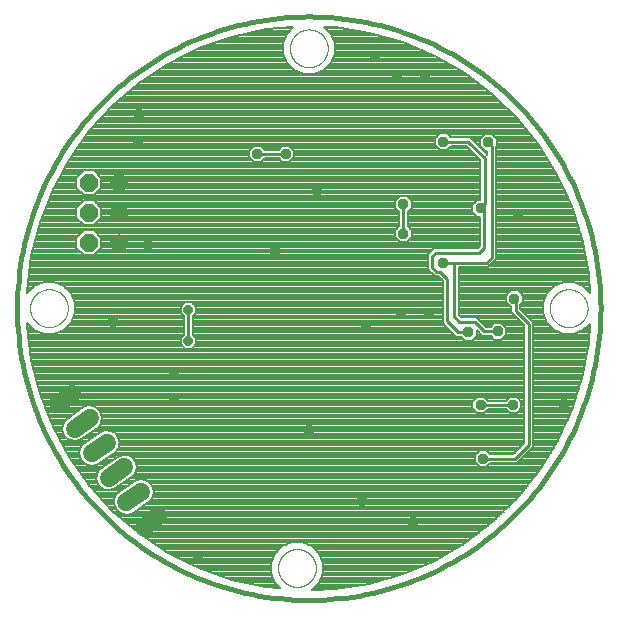
<source format=gbl>
G75*
%MOIN*%
%OFA0B0*%
%FSLAX25Y25*%
%IPPOS*%
%LPD*%
%AMOC8*
5,1,8,0,0,1.08239X$1,22.5*
%
%ADD10C,0.01600*%
%ADD11C,0.00000*%
%ADD12C,0.06000*%
%ADD13C,0.06000*%
%ADD14OC8,0.06000*%
%ADD15C,0.00787*%
%ADD16OC8,0.03543*%
%ADD17C,0.00984*%
%ADD18OC8,0.03169*%
D10*
X0002582Y0099819D02*
X0002611Y0102205D01*
X0002699Y0104590D01*
X0002845Y0106972D01*
X0003050Y0109350D01*
X0003313Y0111722D01*
X0003634Y0114087D01*
X0004014Y0116443D01*
X0004450Y0118789D01*
X0004945Y0121124D01*
X0005496Y0123446D01*
X0006104Y0125753D01*
X0006769Y0128045D01*
X0007490Y0130320D01*
X0008266Y0132577D01*
X0009098Y0134814D01*
X0009984Y0137030D01*
X0010924Y0139223D01*
X0011918Y0141393D01*
X0012965Y0143538D01*
X0014064Y0145656D01*
X0015214Y0147747D01*
X0016416Y0149809D01*
X0017668Y0151841D01*
X0018969Y0153841D01*
X0020320Y0155809D01*
X0021718Y0157743D01*
X0023163Y0159642D01*
X0024654Y0161505D01*
X0026190Y0163332D01*
X0027771Y0165119D01*
X0029395Y0166868D01*
X0031062Y0168576D01*
X0032770Y0170243D01*
X0034519Y0171867D01*
X0036306Y0173448D01*
X0038133Y0174984D01*
X0039996Y0176475D01*
X0041895Y0177920D01*
X0043829Y0179318D01*
X0045797Y0180669D01*
X0047797Y0181970D01*
X0049829Y0183222D01*
X0051891Y0184424D01*
X0053982Y0185574D01*
X0056100Y0186673D01*
X0058245Y0187720D01*
X0060415Y0188714D01*
X0062608Y0189654D01*
X0064824Y0190540D01*
X0067061Y0191372D01*
X0069318Y0192148D01*
X0071593Y0192869D01*
X0073885Y0193534D01*
X0076192Y0194142D01*
X0078514Y0194693D01*
X0080849Y0195188D01*
X0083195Y0195624D01*
X0085551Y0196004D01*
X0087916Y0196325D01*
X0090288Y0196588D01*
X0092666Y0196793D01*
X0095048Y0196939D01*
X0097433Y0197027D01*
X0099819Y0197056D01*
X0102205Y0197027D01*
X0104590Y0196939D01*
X0106972Y0196793D01*
X0109350Y0196588D01*
X0111722Y0196325D01*
X0114087Y0196004D01*
X0116443Y0195624D01*
X0118789Y0195188D01*
X0121124Y0194693D01*
X0123446Y0194142D01*
X0125753Y0193534D01*
X0128045Y0192869D01*
X0130320Y0192148D01*
X0132577Y0191372D01*
X0134814Y0190540D01*
X0137030Y0189654D01*
X0139223Y0188714D01*
X0141393Y0187720D01*
X0143538Y0186673D01*
X0145656Y0185574D01*
X0147747Y0184424D01*
X0149809Y0183222D01*
X0151841Y0181970D01*
X0153841Y0180669D01*
X0155809Y0179318D01*
X0157743Y0177920D01*
X0159642Y0176475D01*
X0161505Y0174984D01*
X0163332Y0173448D01*
X0165119Y0171867D01*
X0166868Y0170243D01*
X0168576Y0168576D01*
X0170243Y0166868D01*
X0171867Y0165119D01*
X0173448Y0163332D01*
X0174984Y0161505D01*
X0176475Y0159642D01*
X0177920Y0157743D01*
X0179318Y0155809D01*
X0180669Y0153841D01*
X0181970Y0151841D01*
X0183222Y0149809D01*
X0184424Y0147747D01*
X0185574Y0145656D01*
X0186673Y0143538D01*
X0187720Y0141393D01*
X0188714Y0139223D01*
X0189654Y0137030D01*
X0190540Y0134814D01*
X0191372Y0132577D01*
X0192148Y0130320D01*
X0192869Y0128045D01*
X0193534Y0125753D01*
X0194142Y0123446D01*
X0194693Y0121124D01*
X0195188Y0118789D01*
X0195624Y0116443D01*
X0196004Y0114087D01*
X0196325Y0111722D01*
X0196588Y0109350D01*
X0196793Y0106972D01*
X0196939Y0104590D01*
X0197027Y0102205D01*
X0197056Y0099819D01*
X0197027Y0097433D01*
X0196939Y0095048D01*
X0196793Y0092666D01*
X0196588Y0090288D01*
X0196325Y0087916D01*
X0196004Y0085551D01*
X0195624Y0083195D01*
X0195188Y0080849D01*
X0194693Y0078514D01*
X0194142Y0076192D01*
X0193534Y0073885D01*
X0192869Y0071593D01*
X0192148Y0069318D01*
X0191372Y0067061D01*
X0190540Y0064824D01*
X0189654Y0062608D01*
X0188714Y0060415D01*
X0187720Y0058245D01*
X0186673Y0056100D01*
X0185574Y0053982D01*
X0184424Y0051891D01*
X0183222Y0049829D01*
X0181970Y0047797D01*
X0180669Y0045797D01*
X0179318Y0043829D01*
X0177920Y0041895D01*
X0176475Y0039996D01*
X0174984Y0038133D01*
X0173448Y0036306D01*
X0171867Y0034519D01*
X0170243Y0032770D01*
X0168576Y0031062D01*
X0166868Y0029395D01*
X0165119Y0027771D01*
X0163332Y0026190D01*
X0161505Y0024654D01*
X0159642Y0023163D01*
X0157743Y0021718D01*
X0155809Y0020320D01*
X0153841Y0018969D01*
X0151841Y0017668D01*
X0149809Y0016416D01*
X0147747Y0015214D01*
X0145656Y0014064D01*
X0143538Y0012965D01*
X0141393Y0011918D01*
X0139223Y0010924D01*
X0137030Y0009984D01*
X0134814Y0009098D01*
X0132577Y0008266D01*
X0130320Y0007490D01*
X0128045Y0006769D01*
X0125753Y0006104D01*
X0123446Y0005496D01*
X0121124Y0004945D01*
X0118789Y0004450D01*
X0116443Y0004014D01*
X0114087Y0003634D01*
X0111722Y0003313D01*
X0109350Y0003050D01*
X0106972Y0002845D01*
X0104590Y0002699D01*
X0102205Y0002611D01*
X0099819Y0002582D01*
X0097433Y0002611D01*
X0095048Y0002699D01*
X0092666Y0002845D01*
X0090288Y0003050D01*
X0087916Y0003313D01*
X0085551Y0003634D01*
X0083195Y0004014D01*
X0080849Y0004450D01*
X0078514Y0004945D01*
X0076192Y0005496D01*
X0073885Y0006104D01*
X0071593Y0006769D01*
X0069318Y0007490D01*
X0067061Y0008266D01*
X0064824Y0009098D01*
X0062608Y0009984D01*
X0060415Y0010924D01*
X0058245Y0011918D01*
X0056100Y0012965D01*
X0053982Y0014064D01*
X0051891Y0015214D01*
X0049829Y0016416D01*
X0047797Y0017668D01*
X0045797Y0018969D01*
X0043829Y0020320D01*
X0041895Y0021718D01*
X0039996Y0023163D01*
X0038133Y0024654D01*
X0036306Y0026190D01*
X0034519Y0027771D01*
X0032770Y0029395D01*
X0031062Y0031062D01*
X0029395Y0032770D01*
X0027771Y0034519D01*
X0026190Y0036306D01*
X0024654Y0038133D01*
X0023163Y0039996D01*
X0021718Y0041895D01*
X0020320Y0043829D01*
X0018969Y0045797D01*
X0017668Y0047797D01*
X0016416Y0049829D01*
X0015214Y0051891D01*
X0014064Y0053982D01*
X0012965Y0056100D01*
X0011918Y0058245D01*
X0010924Y0060415D01*
X0009984Y0062608D01*
X0009098Y0064824D01*
X0008266Y0067061D01*
X0007490Y0069318D01*
X0006769Y0071593D01*
X0006104Y0073885D01*
X0005496Y0076192D01*
X0004945Y0078514D01*
X0004450Y0080849D01*
X0004014Y0083195D01*
X0003634Y0085551D01*
X0003313Y0087916D01*
X0003050Y0090288D01*
X0002845Y0092666D01*
X0002699Y0095048D01*
X0002611Y0097433D01*
X0002582Y0099819D01*
D11*
X0006906Y0099819D02*
X0006908Y0099977D01*
X0006914Y0100135D01*
X0006924Y0100293D01*
X0006938Y0100451D01*
X0006956Y0100608D01*
X0006977Y0100765D01*
X0007003Y0100921D01*
X0007033Y0101077D01*
X0007066Y0101232D01*
X0007104Y0101385D01*
X0007145Y0101538D01*
X0007190Y0101690D01*
X0007239Y0101841D01*
X0007292Y0101990D01*
X0007348Y0102138D01*
X0007408Y0102284D01*
X0007472Y0102429D01*
X0007540Y0102572D01*
X0007611Y0102714D01*
X0007685Y0102854D01*
X0007763Y0102991D01*
X0007845Y0103127D01*
X0007929Y0103261D01*
X0008018Y0103392D01*
X0008109Y0103521D01*
X0008204Y0103648D01*
X0008301Y0103773D01*
X0008402Y0103895D01*
X0008506Y0104014D01*
X0008613Y0104131D01*
X0008723Y0104245D01*
X0008836Y0104356D01*
X0008951Y0104465D01*
X0009069Y0104570D01*
X0009190Y0104672D01*
X0009313Y0104772D01*
X0009439Y0104868D01*
X0009567Y0104961D01*
X0009697Y0105051D01*
X0009830Y0105137D01*
X0009965Y0105221D01*
X0010101Y0105300D01*
X0010240Y0105377D01*
X0010381Y0105449D01*
X0010523Y0105519D01*
X0010667Y0105584D01*
X0010813Y0105646D01*
X0010960Y0105704D01*
X0011109Y0105759D01*
X0011259Y0105810D01*
X0011410Y0105857D01*
X0011562Y0105900D01*
X0011715Y0105939D01*
X0011870Y0105975D01*
X0012025Y0106006D01*
X0012181Y0106034D01*
X0012337Y0106058D01*
X0012494Y0106078D01*
X0012652Y0106094D01*
X0012809Y0106106D01*
X0012968Y0106114D01*
X0013126Y0106118D01*
X0013284Y0106118D01*
X0013442Y0106114D01*
X0013601Y0106106D01*
X0013758Y0106094D01*
X0013916Y0106078D01*
X0014073Y0106058D01*
X0014229Y0106034D01*
X0014385Y0106006D01*
X0014540Y0105975D01*
X0014695Y0105939D01*
X0014848Y0105900D01*
X0015000Y0105857D01*
X0015151Y0105810D01*
X0015301Y0105759D01*
X0015450Y0105704D01*
X0015597Y0105646D01*
X0015743Y0105584D01*
X0015887Y0105519D01*
X0016029Y0105449D01*
X0016170Y0105377D01*
X0016309Y0105300D01*
X0016445Y0105221D01*
X0016580Y0105137D01*
X0016713Y0105051D01*
X0016843Y0104961D01*
X0016971Y0104868D01*
X0017097Y0104772D01*
X0017220Y0104672D01*
X0017341Y0104570D01*
X0017459Y0104465D01*
X0017574Y0104356D01*
X0017687Y0104245D01*
X0017797Y0104131D01*
X0017904Y0104014D01*
X0018008Y0103895D01*
X0018109Y0103773D01*
X0018206Y0103648D01*
X0018301Y0103521D01*
X0018392Y0103392D01*
X0018481Y0103261D01*
X0018565Y0103127D01*
X0018647Y0102991D01*
X0018725Y0102854D01*
X0018799Y0102714D01*
X0018870Y0102572D01*
X0018938Y0102429D01*
X0019002Y0102284D01*
X0019062Y0102138D01*
X0019118Y0101990D01*
X0019171Y0101841D01*
X0019220Y0101690D01*
X0019265Y0101538D01*
X0019306Y0101385D01*
X0019344Y0101232D01*
X0019377Y0101077D01*
X0019407Y0100921D01*
X0019433Y0100765D01*
X0019454Y0100608D01*
X0019472Y0100451D01*
X0019486Y0100293D01*
X0019496Y0100135D01*
X0019502Y0099977D01*
X0019504Y0099819D01*
X0019502Y0099661D01*
X0019496Y0099503D01*
X0019486Y0099345D01*
X0019472Y0099187D01*
X0019454Y0099030D01*
X0019433Y0098873D01*
X0019407Y0098717D01*
X0019377Y0098561D01*
X0019344Y0098406D01*
X0019306Y0098253D01*
X0019265Y0098100D01*
X0019220Y0097948D01*
X0019171Y0097797D01*
X0019118Y0097648D01*
X0019062Y0097500D01*
X0019002Y0097354D01*
X0018938Y0097209D01*
X0018870Y0097066D01*
X0018799Y0096924D01*
X0018725Y0096784D01*
X0018647Y0096647D01*
X0018565Y0096511D01*
X0018481Y0096377D01*
X0018392Y0096246D01*
X0018301Y0096117D01*
X0018206Y0095990D01*
X0018109Y0095865D01*
X0018008Y0095743D01*
X0017904Y0095624D01*
X0017797Y0095507D01*
X0017687Y0095393D01*
X0017574Y0095282D01*
X0017459Y0095173D01*
X0017341Y0095068D01*
X0017220Y0094966D01*
X0017097Y0094866D01*
X0016971Y0094770D01*
X0016843Y0094677D01*
X0016713Y0094587D01*
X0016580Y0094501D01*
X0016445Y0094417D01*
X0016309Y0094338D01*
X0016170Y0094261D01*
X0016029Y0094189D01*
X0015887Y0094119D01*
X0015743Y0094054D01*
X0015597Y0093992D01*
X0015450Y0093934D01*
X0015301Y0093879D01*
X0015151Y0093828D01*
X0015000Y0093781D01*
X0014848Y0093738D01*
X0014695Y0093699D01*
X0014540Y0093663D01*
X0014385Y0093632D01*
X0014229Y0093604D01*
X0014073Y0093580D01*
X0013916Y0093560D01*
X0013758Y0093544D01*
X0013601Y0093532D01*
X0013442Y0093524D01*
X0013284Y0093520D01*
X0013126Y0093520D01*
X0012968Y0093524D01*
X0012809Y0093532D01*
X0012652Y0093544D01*
X0012494Y0093560D01*
X0012337Y0093580D01*
X0012181Y0093604D01*
X0012025Y0093632D01*
X0011870Y0093663D01*
X0011715Y0093699D01*
X0011562Y0093738D01*
X0011410Y0093781D01*
X0011259Y0093828D01*
X0011109Y0093879D01*
X0010960Y0093934D01*
X0010813Y0093992D01*
X0010667Y0094054D01*
X0010523Y0094119D01*
X0010381Y0094189D01*
X0010240Y0094261D01*
X0010101Y0094338D01*
X0009965Y0094417D01*
X0009830Y0094501D01*
X0009697Y0094587D01*
X0009567Y0094677D01*
X0009439Y0094770D01*
X0009313Y0094866D01*
X0009190Y0094966D01*
X0009069Y0095068D01*
X0008951Y0095173D01*
X0008836Y0095282D01*
X0008723Y0095393D01*
X0008613Y0095507D01*
X0008506Y0095624D01*
X0008402Y0095743D01*
X0008301Y0095865D01*
X0008204Y0095990D01*
X0008109Y0096117D01*
X0008018Y0096246D01*
X0007929Y0096377D01*
X0007845Y0096511D01*
X0007763Y0096647D01*
X0007685Y0096784D01*
X0007611Y0096924D01*
X0007540Y0097066D01*
X0007472Y0097209D01*
X0007408Y0097354D01*
X0007348Y0097500D01*
X0007292Y0097648D01*
X0007239Y0097797D01*
X0007190Y0097948D01*
X0007145Y0098100D01*
X0007104Y0098253D01*
X0007066Y0098406D01*
X0007033Y0098561D01*
X0007003Y0098717D01*
X0006977Y0098873D01*
X0006956Y0099030D01*
X0006938Y0099187D01*
X0006924Y0099345D01*
X0006914Y0099503D01*
X0006908Y0099661D01*
X0006906Y0099819D01*
X0089583Y0013205D02*
X0089585Y0013363D01*
X0089591Y0013521D01*
X0089601Y0013679D01*
X0089615Y0013837D01*
X0089633Y0013994D01*
X0089654Y0014151D01*
X0089680Y0014307D01*
X0089710Y0014463D01*
X0089743Y0014618D01*
X0089781Y0014771D01*
X0089822Y0014924D01*
X0089867Y0015076D01*
X0089916Y0015227D01*
X0089969Y0015376D01*
X0090025Y0015524D01*
X0090085Y0015670D01*
X0090149Y0015815D01*
X0090217Y0015958D01*
X0090288Y0016100D01*
X0090362Y0016240D01*
X0090440Y0016377D01*
X0090522Y0016513D01*
X0090606Y0016647D01*
X0090695Y0016778D01*
X0090786Y0016907D01*
X0090881Y0017034D01*
X0090978Y0017159D01*
X0091079Y0017281D01*
X0091183Y0017400D01*
X0091290Y0017517D01*
X0091400Y0017631D01*
X0091513Y0017742D01*
X0091628Y0017851D01*
X0091746Y0017956D01*
X0091867Y0018058D01*
X0091990Y0018158D01*
X0092116Y0018254D01*
X0092244Y0018347D01*
X0092374Y0018437D01*
X0092507Y0018523D01*
X0092642Y0018607D01*
X0092778Y0018686D01*
X0092917Y0018763D01*
X0093058Y0018835D01*
X0093200Y0018905D01*
X0093344Y0018970D01*
X0093490Y0019032D01*
X0093637Y0019090D01*
X0093786Y0019145D01*
X0093936Y0019196D01*
X0094087Y0019243D01*
X0094239Y0019286D01*
X0094392Y0019325D01*
X0094547Y0019361D01*
X0094702Y0019392D01*
X0094858Y0019420D01*
X0095014Y0019444D01*
X0095171Y0019464D01*
X0095329Y0019480D01*
X0095486Y0019492D01*
X0095645Y0019500D01*
X0095803Y0019504D01*
X0095961Y0019504D01*
X0096119Y0019500D01*
X0096278Y0019492D01*
X0096435Y0019480D01*
X0096593Y0019464D01*
X0096750Y0019444D01*
X0096906Y0019420D01*
X0097062Y0019392D01*
X0097217Y0019361D01*
X0097372Y0019325D01*
X0097525Y0019286D01*
X0097677Y0019243D01*
X0097828Y0019196D01*
X0097978Y0019145D01*
X0098127Y0019090D01*
X0098274Y0019032D01*
X0098420Y0018970D01*
X0098564Y0018905D01*
X0098706Y0018835D01*
X0098847Y0018763D01*
X0098986Y0018686D01*
X0099122Y0018607D01*
X0099257Y0018523D01*
X0099390Y0018437D01*
X0099520Y0018347D01*
X0099648Y0018254D01*
X0099774Y0018158D01*
X0099897Y0018058D01*
X0100018Y0017956D01*
X0100136Y0017851D01*
X0100251Y0017742D01*
X0100364Y0017631D01*
X0100474Y0017517D01*
X0100581Y0017400D01*
X0100685Y0017281D01*
X0100786Y0017159D01*
X0100883Y0017034D01*
X0100978Y0016907D01*
X0101069Y0016778D01*
X0101158Y0016647D01*
X0101242Y0016513D01*
X0101324Y0016377D01*
X0101402Y0016240D01*
X0101476Y0016100D01*
X0101547Y0015958D01*
X0101615Y0015815D01*
X0101679Y0015670D01*
X0101739Y0015524D01*
X0101795Y0015376D01*
X0101848Y0015227D01*
X0101897Y0015076D01*
X0101942Y0014924D01*
X0101983Y0014771D01*
X0102021Y0014618D01*
X0102054Y0014463D01*
X0102084Y0014307D01*
X0102110Y0014151D01*
X0102131Y0013994D01*
X0102149Y0013837D01*
X0102163Y0013679D01*
X0102173Y0013521D01*
X0102179Y0013363D01*
X0102181Y0013205D01*
X0102179Y0013047D01*
X0102173Y0012889D01*
X0102163Y0012731D01*
X0102149Y0012573D01*
X0102131Y0012416D01*
X0102110Y0012259D01*
X0102084Y0012103D01*
X0102054Y0011947D01*
X0102021Y0011792D01*
X0101983Y0011639D01*
X0101942Y0011486D01*
X0101897Y0011334D01*
X0101848Y0011183D01*
X0101795Y0011034D01*
X0101739Y0010886D01*
X0101679Y0010740D01*
X0101615Y0010595D01*
X0101547Y0010452D01*
X0101476Y0010310D01*
X0101402Y0010170D01*
X0101324Y0010033D01*
X0101242Y0009897D01*
X0101158Y0009763D01*
X0101069Y0009632D01*
X0100978Y0009503D01*
X0100883Y0009376D01*
X0100786Y0009251D01*
X0100685Y0009129D01*
X0100581Y0009010D01*
X0100474Y0008893D01*
X0100364Y0008779D01*
X0100251Y0008668D01*
X0100136Y0008559D01*
X0100018Y0008454D01*
X0099897Y0008352D01*
X0099774Y0008252D01*
X0099648Y0008156D01*
X0099520Y0008063D01*
X0099390Y0007973D01*
X0099257Y0007887D01*
X0099122Y0007803D01*
X0098986Y0007724D01*
X0098847Y0007647D01*
X0098706Y0007575D01*
X0098564Y0007505D01*
X0098420Y0007440D01*
X0098274Y0007378D01*
X0098127Y0007320D01*
X0097978Y0007265D01*
X0097828Y0007214D01*
X0097677Y0007167D01*
X0097525Y0007124D01*
X0097372Y0007085D01*
X0097217Y0007049D01*
X0097062Y0007018D01*
X0096906Y0006990D01*
X0096750Y0006966D01*
X0096593Y0006946D01*
X0096435Y0006930D01*
X0096278Y0006918D01*
X0096119Y0006910D01*
X0095961Y0006906D01*
X0095803Y0006906D01*
X0095645Y0006910D01*
X0095486Y0006918D01*
X0095329Y0006930D01*
X0095171Y0006946D01*
X0095014Y0006966D01*
X0094858Y0006990D01*
X0094702Y0007018D01*
X0094547Y0007049D01*
X0094392Y0007085D01*
X0094239Y0007124D01*
X0094087Y0007167D01*
X0093936Y0007214D01*
X0093786Y0007265D01*
X0093637Y0007320D01*
X0093490Y0007378D01*
X0093344Y0007440D01*
X0093200Y0007505D01*
X0093058Y0007575D01*
X0092917Y0007647D01*
X0092778Y0007724D01*
X0092642Y0007803D01*
X0092507Y0007887D01*
X0092374Y0007973D01*
X0092244Y0008063D01*
X0092116Y0008156D01*
X0091990Y0008252D01*
X0091867Y0008352D01*
X0091746Y0008454D01*
X0091628Y0008559D01*
X0091513Y0008668D01*
X0091400Y0008779D01*
X0091290Y0008893D01*
X0091183Y0009010D01*
X0091079Y0009129D01*
X0090978Y0009251D01*
X0090881Y0009376D01*
X0090786Y0009503D01*
X0090695Y0009632D01*
X0090606Y0009763D01*
X0090522Y0009897D01*
X0090440Y0010033D01*
X0090362Y0010170D01*
X0090288Y0010310D01*
X0090217Y0010452D01*
X0090149Y0010595D01*
X0090085Y0010740D01*
X0090025Y0010886D01*
X0089969Y0011034D01*
X0089916Y0011183D01*
X0089867Y0011334D01*
X0089822Y0011486D01*
X0089781Y0011639D01*
X0089743Y0011792D01*
X0089710Y0011947D01*
X0089680Y0012103D01*
X0089654Y0012259D01*
X0089633Y0012416D01*
X0089615Y0012573D01*
X0089601Y0012731D01*
X0089591Y0012889D01*
X0089585Y0013047D01*
X0089583Y0013205D01*
X0180134Y0099819D02*
X0180136Y0099977D01*
X0180142Y0100135D01*
X0180152Y0100293D01*
X0180166Y0100451D01*
X0180184Y0100608D01*
X0180205Y0100765D01*
X0180231Y0100921D01*
X0180261Y0101077D01*
X0180294Y0101232D01*
X0180332Y0101385D01*
X0180373Y0101538D01*
X0180418Y0101690D01*
X0180467Y0101841D01*
X0180520Y0101990D01*
X0180576Y0102138D01*
X0180636Y0102284D01*
X0180700Y0102429D01*
X0180768Y0102572D01*
X0180839Y0102714D01*
X0180913Y0102854D01*
X0180991Y0102991D01*
X0181073Y0103127D01*
X0181157Y0103261D01*
X0181246Y0103392D01*
X0181337Y0103521D01*
X0181432Y0103648D01*
X0181529Y0103773D01*
X0181630Y0103895D01*
X0181734Y0104014D01*
X0181841Y0104131D01*
X0181951Y0104245D01*
X0182064Y0104356D01*
X0182179Y0104465D01*
X0182297Y0104570D01*
X0182418Y0104672D01*
X0182541Y0104772D01*
X0182667Y0104868D01*
X0182795Y0104961D01*
X0182925Y0105051D01*
X0183058Y0105137D01*
X0183193Y0105221D01*
X0183329Y0105300D01*
X0183468Y0105377D01*
X0183609Y0105449D01*
X0183751Y0105519D01*
X0183895Y0105584D01*
X0184041Y0105646D01*
X0184188Y0105704D01*
X0184337Y0105759D01*
X0184487Y0105810D01*
X0184638Y0105857D01*
X0184790Y0105900D01*
X0184943Y0105939D01*
X0185098Y0105975D01*
X0185253Y0106006D01*
X0185409Y0106034D01*
X0185565Y0106058D01*
X0185722Y0106078D01*
X0185880Y0106094D01*
X0186037Y0106106D01*
X0186196Y0106114D01*
X0186354Y0106118D01*
X0186512Y0106118D01*
X0186670Y0106114D01*
X0186829Y0106106D01*
X0186986Y0106094D01*
X0187144Y0106078D01*
X0187301Y0106058D01*
X0187457Y0106034D01*
X0187613Y0106006D01*
X0187768Y0105975D01*
X0187923Y0105939D01*
X0188076Y0105900D01*
X0188228Y0105857D01*
X0188379Y0105810D01*
X0188529Y0105759D01*
X0188678Y0105704D01*
X0188825Y0105646D01*
X0188971Y0105584D01*
X0189115Y0105519D01*
X0189257Y0105449D01*
X0189398Y0105377D01*
X0189537Y0105300D01*
X0189673Y0105221D01*
X0189808Y0105137D01*
X0189941Y0105051D01*
X0190071Y0104961D01*
X0190199Y0104868D01*
X0190325Y0104772D01*
X0190448Y0104672D01*
X0190569Y0104570D01*
X0190687Y0104465D01*
X0190802Y0104356D01*
X0190915Y0104245D01*
X0191025Y0104131D01*
X0191132Y0104014D01*
X0191236Y0103895D01*
X0191337Y0103773D01*
X0191434Y0103648D01*
X0191529Y0103521D01*
X0191620Y0103392D01*
X0191709Y0103261D01*
X0191793Y0103127D01*
X0191875Y0102991D01*
X0191953Y0102854D01*
X0192027Y0102714D01*
X0192098Y0102572D01*
X0192166Y0102429D01*
X0192230Y0102284D01*
X0192290Y0102138D01*
X0192346Y0101990D01*
X0192399Y0101841D01*
X0192448Y0101690D01*
X0192493Y0101538D01*
X0192534Y0101385D01*
X0192572Y0101232D01*
X0192605Y0101077D01*
X0192635Y0100921D01*
X0192661Y0100765D01*
X0192682Y0100608D01*
X0192700Y0100451D01*
X0192714Y0100293D01*
X0192724Y0100135D01*
X0192730Y0099977D01*
X0192732Y0099819D01*
X0192730Y0099661D01*
X0192724Y0099503D01*
X0192714Y0099345D01*
X0192700Y0099187D01*
X0192682Y0099030D01*
X0192661Y0098873D01*
X0192635Y0098717D01*
X0192605Y0098561D01*
X0192572Y0098406D01*
X0192534Y0098253D01*
X0192493Y0098100D01*
X0192448Y0097948D01*
X0192399Y0097797D01*
X0192346Y0097648D01*
X0192290Y0097500D01*
X0192230Y0097354D01*
X0192166Y0097209D01*
X0192098Y0097066D01*
X0192027Y0096924D01*
X0191953Y0096784D01*
X0191875Y0096647D01*
X0191793Y0096511D01*
X0191709Y0096377D01*
X0191620Y0096246D01*
X0191529Y0096117D01*
X0191434Y0095990D01*
X0191337Y0095865D01*
X0191236Y0095743D01*
X0191132Y0095624D01*
X0191025Y0095507D01*
X0190915Y0095393D01*
X0190802Y0095282D01*
X0190687Y0095173D01*
X0190569Y0095068D01*
X0190448Y0094966D01*
X0190325Y0094866D01*
X0190199Y0094770D01*
X0190071Y0094677D01*
X0189941Y0094587D01*
X0189808Y0094501D01*
X0189673Y0094417D01*
X0189537Y0094338D01*
X0189398Y0094261D01*
X0189257Y0094189D01*
X0189115Y0094119D01*
X0188971Y0094054D01*
X0188825Y0093992D01*
X0188678Y0093934D01*
X0188529Y0093879D01*
X0188379Y0093828D01*
X0188228Y0093781D01*
X0188076Y0093738D01*
X0187923Y0093699D01*
X0187768Y0093663D01*
X0187613Y0093632D01*
X0187457Y0093604D01*
X0187301Y0093580D01*
X0187144Y0093560D01*
X0186986Y0093544D01*
X0186829Y0093532D01*
X0186670Y0093524D01*
X0186512Y0093520D01*
X0186354Y0093520D01*
X0186196Y0093524D01*
X0186037Y0093532D01*
X0185880Y0093544D01*
X0185722Y0093560D01*
X0185565Y0093580D01*
X0185409Y0093604D01*
X0185253Y0093632D01*
X0185098Y0093663D01*
X0184943Y0093699D01*
X0184790Y0093738D01*
X0184638Y0093781D01*
X0184487Y0093828D01*
X0184337Y0093879D01*
X0184188Y0093934D01*
X0184041Y0093992D01*
X0183895Y0094054D01*
X0183751Y0094119D01*
X0183609Y0094189D01*
X0183468Y0094261D01*
X0183329Y0094338D01*
X0183193Y0094417D01*
X0183058Y0094501D01*
X0182925Y0094587D01*
X0182795Y0094677D01*
X0182667Y0094770D01*
X0182541Y0094866D01*
X0182418Y0094966D01*
X0182297Y0095068D01*
X0182179Y0095173D01*
X0182064Y0095282D01*
X0181951Y0095393D01*
X0181841Y0095507D01*
X0181734Y0095624D01*
X0181630Y0095743D01*
X0181529Y0095865D01*
X0181432Y0095990D01*
X0181337Y0096117D01*
X0181246Y0096246D01*
X0181157Y0096377D01*
X0181073Y0096511D01*
X0180991Y0096647D01*
X0180913Y0096784D01*
X0180839Y0096924D01*
X0180768Y0097066D01*
X0180700Y0097209D01*
X0180636Y0097354D01*
X0180576Y0097500D01*
X0180520Y0097648D01*
X0180467Y0097797D01*
X0180418Y0097948D01*
X0180373Y0098100D01*
X0180332Y0098253D01*
X0180294Y0098406D01*
X0180261Y0098561D01*
X0180231Y0098717D01*
X0180205Y0098873D01*
X0180184Y0099030D01*
X0180166Y0099187D01*
X0180152Y0099345D01*
X0180142Y0099503D01*
X0180136Y0099661D01*
X0180134Y0099819D01*
X0093520Y0186433D02*
X0093522Y0186591D01*
X0093528Y0186749D01*
X0093538Y0186907D01*
X0093552Y0187065D01*
X0093570Y0187222D01*
X0093591Y0187379D01*
X0093617Y0187535D01*
X0093647Y0187691D01*
X0093680Y0187846D01*
X0093718Y0187999D01*
X0093759Y0188152D01*
X0093804Y0188304D01*
X0093853Y0188455D01*
X0093906Y0188604D01*
X0093962Y0188752D01*
X0094022Y0188898D01*
X0094086Y0189043D01*
X0094154Y0189186D01*
X0094225Y0189328D01*
X0094299Y0189468D01*
X0094377Y0189605D01*
X0094459Y0189741D01*
X0094543Y0189875D01*
X0094632Y0190006D01*
X0094723Y0190135D01*
X0094818Y0190262D01*
X0094915Y0190387D01*
X0095016Y0190509D01*
X0095120Y0190628D01*
X0095227Y0190745D01*
X0095337Y0190859D01*
X0095450Y0190970D01*
X0095565Y0191079D01*
X0095683Y0191184D01*
X0095804Y0191286D01*
X0095927Y0191386D01*
X0096053Y0191482D01*
X0096181Y0191575D01*
X0096311Y0191665D01*
X0096444Y0191751D01*
X0096579Y0191835D01*
X0096715Y0191914D01*
X0096854Y0191991D01*
X0096995Y0192063D01*
X0097137Y0192133D01*
X0097281Y0192198D01*
X0097427Y0192260D01*
X0097574Y0192318D01*
X0097723Y0192373D01*
X0097873Y0192424D01*
X0098024Y0192471D01*
X0098176Y0192514D01*
X0098329Y0192553D01*
X0098484Y0192589D01*
X0098639Y0192620D01*
X0098795Y0192648D01*
X0098951Y0192672D01*
X0099108Y0192692D01*
X0099266Y0192708D01*
X0099423Y0192720D01*
X0099582Y0192728D01*
X0099740Y0192732D01*
X0099898Y0192732D01*
X0100056Y0192728D01*
X0100215Y0192720D01*
X0100372Y0192708D01*
X0100530Y0192692D01*
X0100687Y0192672D01*
X0100843Y0192648D01*
X0100999Y0192620D01*
X0101154Y0192589D01*
X0101309Y0192553D01*
X0101462Y0192514D01*
X0101614Y0192471D01*
X0101765Y0192424D01*
X0101915Y0192373D01*
X0102064Y0192318D01*
X0102211Y0192260D01*
X0102357Y0192198D01*
X0102501Y0192133D01*
X0102643Y0192063D01*
X0102784Y0191991D01*
X0102923Y0191914D01*
X0103059Y0191835D01*
X0103194Y0191751D01*
X0103327Y0191665D01*
X0103457Y0191575D01*
X0103585Y0191482D01*
X0103711Y0191386D01*
X0103834Y0191286D01*
X0103955Y0191184D01*
X0104073Y0191079D01*
X0104188Y0190970D01*
X0104301Y0190859D01*
X0104411Y0190745D01*
X0104518Y0190628D01*
X0104622Y0190509D01*
X0104723Y0190387D01*
X0104820Y0190262D01*
X0104915Y0190135D01*
X0105006Y0190006D01*
X0105095Y0189875D01*
X0105179Y0189741D01*
X0105261Y0189605D01*
X0105339Y0189468D01*
X0105413Y0189328D01*
X0105484Y0189186D01*
X0105552Y0189043D01*
X0105616Y0188898D01*
X0105676Y0188752D01*
X0105732Y0188604D01*
X0105785Y0188455D01*
X0105834Y0188304D01*
X0105879Y0188152D01*
X0105920Y0187999D01*
X0105958Y0187846D01*
X0105991Y0187691D01*
X0106021Y0187535D01*
X0106047Y0187379D01*
X0106068Y0187222D01*
X0106086Y0187065D01*
X0106100Y0186907D01*
X0106110Y0186749D01*
X0106116Y0186591D01*
X0106118Y0186433D01*
X0106116Y0186275D01*
X0106110Y0186117D01*
X0106100Y0185959D01*
X0106086Y0185801D01*
X0106068Y0185644D01*
X0106047Y0185487D01*
X0106021Y0185331D01*
X0105991Y0185175D01*
X0105958Y0185020D01*
X0105920Y0184867D01*
X0105879Y0184714D01*
X0105834Y0184562D01*
X0105785Y0184411D01*
X0105732Y0184262D01*
X0105676Y0184114D01*
X0105616Y0183968D01*
X0105552Y0183823D01*
X0105484Y0183680D01*
X0105413Y0183538D01*
X0105339Y0183398D01*
X0105261Y0183261D01*
X0105179Y0183125D01*
X0105095Y0182991D01*
X0105006Y0182860D01*
X0104915Y0182731D01*
X0104820Y0182604D01*
X0104723Y0182479D01*
X0104622Y0182357D01*
X0104518Y0182238D01*
X0104411Y0182121D01*
X0104301Y0182007D01*
X0104188Y0181896D01*
X0104073Y0181787D01*
X0103955Y0181682D01*
X0103834Y0181580D01*
X0103711Y0181480D01*
X0103585Y0181384D01*
X0103457Y0181291D01*
X0103327Y0181201D01*
X0103194Y0181115D01*
X0103059Y0181031D01*
X0102923Y0180952D01*
X0102784Y0180875D01*
X0102643Y0180803D01*
X0102501Y0180733D01*
X0102357Y0180668D01*
X0102211Y0180606D01*
X0102064Y0180548D01*
X0101915Y0180493D01*
X0101765Y0180442D01*
X0101614Y0180395D01*
X0101462Y0180352D01*
X0101309Y0180313D01*
X0101154Y0180277D01*
X0100999Y0180246D01*
X0100843Y0180218D01*
X0100687Y0180194D01*
X0100530Y0180174D01*
X0100372Y0180158D01*
X0100215Y0180146D01*
X0100056Y0180138D01*
X0099898Y0180134D01*
X0099740Y0180134D01*
X0099582Y0180138D01*
X0099423Y0180146D01*
X0099266Y0180158D01*
X0099108Y0180174D01*
X0098951Y0180194D01*
X0098795Y0180218D01*
X0098639Y0180246D01*
X0098484Y0180277D01*
X0098329Y0180313D01*
X0098176Y0180352D01*
X0098024Y0180395D01*
X0097873Y0180442D01*
X0097723Y0180493D01*
X0097574Y0180548D01*
X0097427Y0180606D01*
X0097281Y0180668D01*
X0097137Y0180733D01*
X0096995Y0180803D01*
X0096854Y0180875D01*
X0096715Y0180952D01*
X0096579Y0181031D01*
X0096444Y0181115D01*
X0096311Y0181201D01*
X0096181Y0181291D01*
X0096053Y0181384D01*
X0095927Y0181480D01*
X0095804Y0181580D01*
X0095683Y0181682D01*
X0095565Y0181787D01*
X0095450Y0181896D01*
X0095337Y0182007D01*
X0095227Y0182121D01*
X0095120Y0182238D01*
X0095016Y0182357D01*
X0094915Y0182479D01*
X0094818Y0182604D01*
X0094723Y0182731D01*
X0094632Y0182860D01*
X0094543Y0182991D01*
X0094459Y0183125D01*
X0094377Y0183261D01*
X0094299Y0183398D01*
X0094225Y0183538D01*
X0094154Y0183680D01*
X0094086Y0183823D01*
X0094022Y0183968D01*
X0093962Y0184114D01*
X0093906Y0184262D01*
X0093853Y0184411D01*
X0093804Y0184562D01*
X0093759Y0184714D01*
X0093718Y0184867D01*
X0093680Y0185020D01*
X0093647Y0185175D01*
X0093617Y0185331D01*
X0093591Y0185487D01*
X0093570Y0185644D01*
X0093552Y0185801D01*
X0093538Y0185959D01*
X0093528Y0186117D01*
X0093522Y0186275D01*
X0093520Y0186433D01*
D12*
X0020984Y0071341D02*
X0016069Y0067900D01*
X0021805Y0059708D02*
X0026720Y0063150D01*
X0032456Y0054958D02*
X0027541Y0051517D01*
X0033277Y0043325D02*
X0038191Y0046767D01*
X0043927Y0038575D02*
X0039012Y0035134D01*
X0044748Y0026942D02*
X0049663Y0030384D01*
D13*
X0036465Y0121630D03*
D14*
X0036465Y0131630D03*
X0036465Y0141630D03*
X0026465Y0141630D03*
X0026465Y0131630D03*
X0026465Y0121630D03*
D15*
X0033873Y0032830D02*
X0035506Y0032830D01*
X0035099Y0033412D02*
X0036055Y0032045D01*
X0037463Y0031149D01*
X0039106Y0030859D01*
X0040734Y0031220D01*
X0047016Y0035618D01*
X0047912Y0037025D01*
X0048202Y0038668D01*
X0047841Y0040297D01*
X0046884Y0041664D01*
X0045477Y0042560D01*
X0043834Y0042850D01*
X0042205Y0042489D01*
X0035924Y0038091D01*
X0035027Y0036683D01*
X0034737Y0035040D01*
X0035099Y0033412D01*
X0035053Y0033616D02*
X0033156Y0033616D01*
X0032440Y0034402D02*
X0034879Y0034402D01*
X0034764Y0035188D02*
X0031723Y0035188D01*
X0031007Y0035974D02*
X0034902Y0035974D01*
X0035076Y0036760D02*
X0030290Y0036760D01*
X0029574Y0037546D02*
X0035577Y0037546D01*
X0036268Y0038332D02*
X0028857Y0038332D01*
X0028141Y0039118D02*
X0032989Y0039118D01*
X0033370Y0039050D02*
X0034999Y0039411D01*
X0041280Y0043810D01*
X0042177Y0045217D01*
X0042466Y0046860D01*
X0042105Y0048489D01*
X0041148Y0049855D01*
X0039741Y0050752D01*
X0038098Y0051042D01*
X0036469Y0050680D01*
X0030188Y0046282D01*
X0029291Y0044875D01*
X0029002Y0043232D01*
X0029363Y0041603D01*
X0030320Y0040237D01*
X0031727Y0039340D01*
X0033370Y0039050D01*
X0033673Y0039118D02*
X0037390Y0039118D01*
X0038513Y0039903D02*
X0035701Y0039903D01*
X0036824Y0040689D02*
X0039635Y0040689D01*
X0040758Y0041475D02*
X0037946Y0041475D01*
X0039068Y0042261D02*
X0041880Y0042261D01*
X0041295Y0043833D02*
X0175249Y0043833D01*
X0175881Y0044619D02*
X0041796Y0044619D01*
X0042210Y0045405D02*
X0176514Y0045405D01*
X0176577Y0045483D02*
X0169318Y0036462D01*
X0161005Y0028402D01*
X0151765Y0021424D01*
X0141738Y0015635D01*
X0131075Y0011122D01*
X0119938Y0007953D01*
X0108496Y0006177D01*
X0100914Y0005943D01*
X0103251Y0008281D01*
X0104575Y0011476D01*
X0104575Y0014934D01*
X0103251Y0018129D01*
X0100806Y0020574D01*
X0097611Y0021898D01*
X0094153Y0021898D01*
X0090958Y0020574D01*
X0088512Y0018129D01*
X0087189Y0014934D01*
X0087189Y0011476D01*
X0088512Y0008281D01*
X0090365Y0006428D01*
X0085393Y0006889D01*
X0074083Y0009366D01*
X0063162Y0013214D01*
X0052797Y0018375D01*
X0043145Y0024771D01*
X0034352Y0032304D01*
X0026552Y0040861D01*
X0019862Y0050312D01*
X0014384Y0060513D01*
X0010201Y0071309D01*
X0007377Y0082538D01*
X0005954Y0094030D01*
X0005954Y0094776D01*
X0008281Y0092449D01*
X0011476Y0091126D01*
X0014934Y0091126D01*
X0018129Y0092449D01*
X0020574Y0094895D01*
X0021898Y0098090D01*
X0021898Y0101548D01*
X0020574Y0104743D01*
X0018129Y0107188D01*
X0014934Y0108512D01*
X0011476Y0108512D01*
X0008281Y0107188D01*
X0005954Y0104862D01*
X0005954Y0105608D01*
X0007377Y0117099D01*
X0010201Y0128328D01*
X0014384Y0139125D01*
X0019862Y0149326D01*
X0026552Y0158777D01*
X0034352Y0167334D01*
X0043145Y0174867D01*
X0052797Y0181263D01*
X0063162Y0186424D01*
X0074083Y0190272D01*
X0085393Y0192749D01*
X0085393Y0192749D01*
X0094704Y0193612D01*
X0092449Y0191357D01*
X0091126Y0188162D01*
X0091126Y0184704D01*
X0092449Y0181509D01*
X0094895Y0179064D01*
X0098090Y0177740D01*
X0101548Y0177740D01*
X0104743Y0179064D01*
X0107188Y0181509D01*
X0108512Y0184704D01*
X0108512Y0188162D01*
X0107188Y0191357D01*
X0104976Y0193569D01*
X0108496Y0193461D01*
X0119938Y0191685D01*
X0131075Y0188516D01*
X0141738Y0184003D01*
X0151765Y0178214D01*
X0161005Y0171236D01*
X0169318Y0163175D01*
X0176577Y0154155D01*
X0182672Y0144310D01*
X0187512Y0133791D01*
X0191022Y0122757D01*
X0193149Y0111376D01*
X0193542Y0105003D01*
X0191357Y0107188D01*
X0188162Y0108512D01*
X0184704Y0108512D01*
X0181509Y0107188D01*
X0179064Y0104743D01*
X0177740Y0101548D01*
X0177740Y0098090D01*
X0179064Y0094895D01*
X0181509Y0092449D01*
X0184704Y0091126D01*
X0188162Y0091126D01*
X0191357Y0092449D01*
X0193542Y0094635D01*
X0193149Y0088262D01*
X0191022Y0076880D01*
X0187512Y0065847D01*
X0182672Y0055328D01*
X0176577Y0045483D01*
X0177015Y0046191D02*
X0042348Y0046191D01*
X0042440Y0046977D02*
X0156624Y0046977D01*
X0156744Y0046857D02*
X0159035Y0046857D01*
X0160315Y0048136D01*
X0169135Y0048136D01*
X0173663Y0052664D01*
X0174533Y0053534D01*
X0174533Y0095316D01*
X0173663Y0096187D01*
X0170202Y0099647D01*
X0170202Y0100937D01*
X0171088Y0101823D01*
X0171088Y0104114D01*
X0169468Y0105734D01*
X0167177Y0105734D01*
X0165557Y0104114D01*
X0165557Y0101823D01*
X0167177Y0100203D01*
X0167231Y0100203D01*
X0167231Y0098416D01*
X0168101Y0097546D01*
X0171561Y0094085D01*
X0171561Y0054765D01*
X0167904Y0051108D01*
X0160315Y0051108D01*
X0159035Y0052387D01*
X0156744Y0052387D01*
X0155124Y0050767D01*
X0155124Y0048477D01*
X0156744Y0046857D01*
X0155838Y0047763D02*
X0042266Y0047763D01*
X0042063Y0048548D02*
X0155124Y0048548D01*
X0155124Y0049334D02*
X0041513Y0049334D01*
X0040732Y0050120D02*
X0155124Y0050120D01*
X0155263Y0050906D02*
X0038865Y0050906D01*
X0037488Y0050906D02*
X0033980Y0050906D01*
X0032858Y0050120D02*
X0035669Y0050120D01*
X0034547Y0049334D02*
X0031736Y0049334D01*
X0030613Y0048548D02*
X0033425Y0048548D01*
X0032302Y0047763D02*
X0029491Y0047763D01*
X0029263Y0047603D02*
X0035544Y0052001D01*
X0036441Y0053408D01*
X0036731Y0055051D01*
X0036369Y0056680D01*
X0035413Y0058047D01*
X0034005Y0058943D01*
X0032362Y0059233D01*
X0030734Y0058872D01*
X0024452Y0054474D01*
X0023556Y0053067D01*
X0023266Y0051423D01*
X0023627Y0049795D01*
X0024584Y0048428D01*
X0025991Y0047532D01*
X0027634Y0047242D01*
X0029263Y0047603D01*
X0030130Y0046191D02*
X0022779Y0046191D01*
X0022222Y0046977D02*
X0031180Y0046977D01*
X0029629Y0045405D02*
X0023335Y0045405D01*
X0023891Y0044619D02*
X0029246Y0044619D01*
X0029108Y0043833D02*
X0024448Y0043833D01*
X0025004Y0043047D02*
X0029043Y0043047D01*
X0029217Y0042261D02*
X0025560Y0042261D01*
X0026117Y0041475D02*
X0029452Y0041475D01*
X0030003Y0040689D02*
X0026708Y0040689D01*
X0027425Y0039903D02*
X0030843Y0039903D01*
X0034656Y0032044D02*
X0036057Y0032044D01*
X0035573Y0031258D02*
X0037290Y0031258D01*
X0036490Y0030472D02*
X0163140Y0030472D01*
X0162330Y0029687D02*
X0037407Y0029687D01*
X0038325Y0028901D02*
X0161519Y0028901D01*
X0160625Y0028115D02*
X0039242Y0028115D01*
X0040159Y0027329D02*
X0159584Y0027329D01*
X0158543Y0026543D02*
X0041077Y0026543D01*
X0041994Y0025757D02*
X0157503Y0025757D01*
X0156462Y0024971D02*
X0042911Y0024971D01*
X0044029Y0024185D02*
X0155421Y0024185D01*
X0154380Y0023399D02*
X0045215Y0023399D01*
X0046401Y0022613D02*
X0153340Y0022613D01*
X0152299Y0021827D02*
X0097780Y0021827D01*
X0099678Y0021042D02*
X0151102Y0021042D01*
X0149741Y0020256D02*
X0101125Y0020256D01*
X0101911Y0019470D02*
X0148380Y0019470D01*
X0147018Y0018684D02*
X0102696Y0018684D01*
X0103347Y0017898D02*
X0145657Y0017898D01*
X0144296Y0017112D02*
X0103673Y0017112D01*
X0103998Y0016326D02*
X0142935Y0016326D01*
X0141514Y0015540D02*
X0104324Y0015540D01*
X0104575Y0014754D02*
X0139657Y0014754D01*
X0137800Y0013968D02*
X0104575Y0013968D01*
X0104575Y0013182D02*
X0135943Y0013182D01*
X0134087Y0012396D02*
X0104575Y0012396D01*
X0104575Y0011611D02*
X0132230Y0011611D01*
X0130031Y0010825D02*
X0104305Y0010825D01*
X0103980Y0010039D02*
X0127269Y0010039D01*
X0124507Y0009253D02*
X0103654Y0009253D01*
X0103329Y0008467D02*
X0121744Y0008467D01*
X0118186Y0007681D02*
X0102652Y0007681D01*
X0101866Y0006895D02*
X0113123Y0006895D01*
X0106300Y0006109D02*
X0101080Y0006109D01*
X0089898Y0006895D02*
X0085364Y0006895D01*
X0088435Y0008467D02*
X0078187Y0008467D01*
X0081775Y0007681D02*
X0089112Y0007681D01*
X0088110Y0009253D02*
X0074598Y0009253D01*
X0072173Y0010039D02*
X0087784Y0010039D01*
X0087459Y0010825D02*
X0069943Y0010825D01*
X0067712Y0011611D02*
X0087189Y0011611D01*
X0087189Y0012396D02*
X0065482Y0012396D01*
X0063252Y0013182D02*
X0087189Y0013182D01*
X0087189Y0013968D02*
X0061647Y0013968D01*
X0060069Y0014754D02*
X0087189Y0014754D01*
X0087440Y0015540D02*
X0058491Y0015540D01*
X0056912Y0016326D02*
X0087766Y0016326D01*
X0088091Y0017112D02*
X0055334Y0017112D01*
X0053756Y0017898D02*
X0088417Y0017898D01*
X0089067Y0018684D02*
X0052331Y0018684D01*
X0051145Y0019470D02*
X0089853Y0019470D01*
X0090639Y0020256D02*
X0049959Y0020256D01*
X0048773Y0021042D02*
X0092086Y0021042D01*
X0093983Y0021827D02*
X0047587Y0021827D01*
X0040789Y0031258D02*
X0163951Y0031258D01*
X0164761Y0032044D02*
X0041912Y0032044D01*
X0043034Y0032830D02*
X0165572Y0032830D01*
X0166382Y0033616D02*
X0044156Y0033616D01*
X0045279Y0034402D02*
X0167193Y0034402D01*
X0168003Y0035188D02*
X0046401Y0035188D01*
X0047242Y0035974D02*
X0168814Y0035974D01*
X0169318Y0036462D02*
X0169318Y0036462D01*
X0169557Y0036760D02*
X0047743Y0036760D01*
X0048004Y0037546D02*
X0170189Y0037546D01*
X0170822Y0038332D02*
X0048143Y0038332D01*
X0048103Y0039118D02*
X0171454Y0039118D01*
X0172087Y0039903D02*
X0047928Y0039903D01*
X0047566Y0040689D02*
X0172719Y0040689D01*
X0173352Y0041475D02*
X0047016Y0041475D01*
X0045946Y0042261D02*
X0173984Y0042261D01*
X0174616Y0043047D02*
X0040191Y0043047D01*
X0035103Y0051692D02*
X0156049Y0051692D01*
X0159730Y0051692D02*
X0168489Y0051692D01*
X0169274Y0052478D02*
X0035848Y0052478D01*
X0036349Y0053264D02*
X0170060Y0053264D01*
X0170846Y0054050D02*
X0036554Y0054050D01*
X0036692Y0054836D02*
X0171561Y0054836D01*
X0171561Y0055622D02*
X0036604Y0055622D01*
X0036430Y0056408D02*
X0171561Y0056408D01*
X0171561Y0057194D02*
X0036010Y0057194D01*
X0035460Y0057979D02*
X0171561Y0057979D01*
X0171561Y0058765D02*
X0034285Y0058765D01*
X0030581Y0058765D02*
X0027770Y0058765D01*
X0026647Y0057979D02*
X0029459Y0057979D01*
X0028337Y0057194D02*
X0025525Y0057194D01*
X0024403Y0056408D02*
X0027214Y0056408D01*
X0026092Y0055622D02*
X0022747Y0055622D01*
X0023527Y0055795D02*
X0029809Y0060193D01*
X0030705Y0061600D01*
X0030995Y0063243D01*
X0030634Y0064872D01*
X0029677Y0066238D01*
X0028270Y0067135D01*
X0026627Y0067425D01*
X0024998Y0067063D01*
X0018716Y0062665D01*
X0017820Y0061258D01*
X0017530Y0059615D01*
X0017891Y0057986D01*
X0018848Y0056620D01*
X0020255Y0055723D01*
X0021898Y0055433D01*
X0023527Y0055795D01*
X0024969Y0054836D02*
X0017432Y0054836D01*
X0017010Y0055622D02*
X0020831Y0055622D01*
X0019181Y0056408D02*
X0016588Y0056408D01*
X0016166Y0057194D02*
X0018446Y0057194D01*
X0017896Y0057979D02*
X0015744Y0057979D01*
X0015322Y0058765D02*
X0017719Y0058765D01*
X0017544Y0059551D02*
X0014900Y0059551D01*
X0014478Y0060337D02*
X0017658Y0060337D01*
X0017796Y0061123D02*
X0014147Y0061123D01*
X0013843Y0061909D02*
X0018235Y0061909D01*
X0018759Y0062695D02*
X0013538Y0062695D01*
X0013234Y0063481D02*
X0019881Y0063481D01*
X0021004Y0064267D02*
X0012930Y0064267D01*
X0012625Y0065053D02*
X0022126Y0065053D01*
X0023248Y0065839D02*
X0012321Y0065839D01*
X0012016Y0066624D02*
X0024371Y0066624D01*
X0026563Y0067410D02*
X0011712Y0067410D01*
X0011407Y0068196D02*
X0154337Y0068196D01*
X0154337Y0068681D02*
X0154337Y0066390D01*
X0155957Y0064770D01*
X0158248Y0064770D01*
X0159527Y0066050D01*
X0165504Y0066050D01*
X0166784Y0064770D01*
X0169075Y0064770D01*
X0170694Y0066390D01*
X0170694Y0068681D01*
X0169075Y0070301D01*
X0166784Y0070301D01*
X0165504Y0069021D01*
X0159527Y0069021D01*
X0158248Y0070301D01*
X0155957Y0070301D01*
X0154337Y0068681D01*
X0154638Y0068982D02*
X0011103Y0068982D01*
X0010798Y0069768D02*
X0155424Y0069768D01*
X0154337Y0067410D02*
X0026707Y0067410D01*
X0029071Y0066624D02*
X0154337Y0066624D01*
X0154888Y0065839D02*
X0029957Y0065839D01*
X0030507Y0065053D02*
X0155674Y0065053D01*
X0158530Y0065053D02*
X0166501Y0065053D01*
X0165715Y0065839D02*
X0159316Y0065839D01*
X0158780Y0069768D02*
X0166251Y0069768D01*
X0169607Y0069768D02*
X0171561Y0069768D01*
X0171561Y0068982D02*
X0170393Y0068982D01*
X0170694Y0068196D02*
X0171561Y0068196D01*
X0171561Y0067410D02*
X0170694Y0067410D01*
X0170694Y0066624D02*
X0171561Y0066624D01*
X0171561Y0065839D02*
X0170143Y0065839D01*
X0169357Y0065053D02*
X0171561Y0065053D01*
X0171561Y0064267D02*
X0030768Y0064267D01*
X0030942Y0063481D02*
X0171561Y0063481D01*
X0171561Y0062695D02*
X0030898Y0062695D01*
X0030760Y0061909D02*
X0171561Y0061909D01*
X0171561Y0061123D02*
X0030401Y0061123D01*
X0029901Y0060337D02*
X0171561Y0060337D01*
X0171561Y0059551D02*
X0028892Y0059551D01*
X0024182Y0054050D02*
X0017854Y0054050D01*
X0018276Y0053264D02*
X0023681Y0053264D01*
X0023452Y0052478D02*
X0018698Y0052478D01*
X0019120Y0051692D02*
X0023313Y0051692D01*
X0023381Y0050906D02*
X0019542Y0050906D01*
X0019997Y0050120D02*
X0023555Y0050120D01*
X0023949Y0049334D02*
X0020553Y0049334D01*
X0021110Y0048548D02*
X0024500Y0048548D01*
X0025629Y0047763D02*
X0021666Y0047763D01*
X0010494Y0070554D02*
X0171561Y0070554D01*
X0171561Y0071340D02*
X0010193Y0071340D01*
X0009996Y0072126D02*
X0171561Y0072126D01*
X0171561Y0072912D02*
X0009798Y0072912D01*
X0009600Y0073698D02*
X0171561Y0073698D01*
X0171561Y0074484D02*
X0009403Y0074484D01*
X0009205Y0075270D02*
X0171561Y0075270D01*
X0171561Y0076055D02*
X0009008Y0076055D01*
X0008810Y0076841D02*
X0171561Y0076841D01*
X0171561Y0077627D02*
X0008612Y0077627D01*
X0008415Y0078413D02*
X0171561Y0078413D01*
X0171561Y0079199D02*
X0008217Y0079199D01*
X0008019Y0079985D02*
X0171561Y0079985D01*
X0171561Y0080771D02*
X0007822Y0080771D01*
X0007624Y0081557D02*
X0171561Y0081557D01*
X0171561Y0082343D02*
X0007426Y0082343D01*
X0007304Y0083129D02*
X0171561Y0083129D01*
X0171561Y0083915D02*
X0007207Y0083915D01*
X0007109Y0084700D02*
X0171561Y0084700D01*
X0171561Y0085486D02*
X0007012Y0085486D01*
X0006915Y0086272D02*
X0058539Y0086272D01*
X0058594Y0086217D02*
X0060729Y0086217D01*
X0062239Y0087727D01*
X0062239Y0089863D01*
X0061147Y0090955D01*
X0061147Y0097068D01*
X0062239Y0098161D01*
X0062239Y0100296D01*
X0060729Y0101806D01*
X0058594Y0101806D01*
X0057083Y0100296D01*
X0057083Y0098161D01*
X0058176Y0097068D01*
X0058176Y0090955D01*
X0057083Y0089863D01*
X0057083Y0087727D01*
X0058594Y0086217D01*
X0057753Y0087058D02*
X0006817Y0087058D01*
X0006720Y0087844D02*
X0057083Y0087844D01*
X0057083Y0088630D02*
X0006623Y0088630D01*
X0006525Y0089416D02*
X0057083Y0089416D01*
X0057422Y0090202D02*
X0006428Y0090202D01*
X0006331Y0090988D02*
X0058176Y0090988D01*
X0058176Y0091774D02*
X0016498Y0091774D01*
X0018239Y0092560D02*
X0058176Y0092560D01*
X0058176Y0093346D02*
X0019025Y0093346D01*
X0019811Y0094131D02*
X0058176Y0094131D01*
X0058176Y0094917D02*
X0020584Y0094917D01*
X0020909Y0095703D02*
X0058176Y0095703D01*
X0058176Y0096489D02*
X0021235Y0096489D01*
X0021560Y0097275D02*
X0057969Y0097275D01*
X0057183Y0098061D02*
X0021886Y0098061D01*
X0021898Y0098847D02*
X0057083Y0098847D01*
X0057083Y0099633D02*
X0021898Y0099633D01*
X0021898Y0100419D02*
X0057206Y0100419D01*
X0057992Y0101205D02*
X0021898Y0101205D01*
X0021714Y0101991D02*
X0144396Y0101991D01*
X0144396Y0102776D02*
X0021389Y0102776D01*
X0021063Y0103562D02*
X0144396Y0103562D01*
X0144396Y0104348D02*
X0020738Y0104348D01*
X0020183Y0105134D02*
X0144396Y0105134D01*
X0144396Y0105920D02*
X0019397Y0105920D01*
X0018611Y0106706D02*
X0144396Y0106706D01*
X0144396Y0107492D02*
X0017396Y0107492D01*
X0015499Y0108278D02*
X0144396Y0108278D01*
X0144396Y0109046D02*
X0144396Y0094873D01*
X0145266Y0094002D01*
X0149007Y0090262D01*
X0150544Y0090262D01*
X0151823Y0088983D01*
X0154114Y0088983D01*
X0155734Y0090603D01*
X0155734Y0092590D01*
X0157668Y0090656D01*
X0160386Y0090656D01*
X0161666Y0089376D01*
X0163956Y0089376D01*
X0165576Y0090996D01*
X0165576Y0093287D01*
X0163956Y0094907D01*
X0161666Y0094907D01*
X0160386Y0093628D01*
X0158899Y0093628D01*
X0156620Y0095907D01*
X0155749Y0096777D01*
X0150631Y0096777D01*
X0149730Y0097678D01*
X0149730Y0113491D01*
X0159686Y0113491D01*
X0162328Y0116133D01*
X0162328Y0153890D01*
X0162427Y0153988D01*
X0162427Y0156279D01*
X0160807Y0157899D01*
X0158516Y0157899D01*
X0156896Y0156279D01*
X0156896Y0153988D01*
X0158516Y0152369D01*
X0159357Y0152369D01*
X0159357Y0151044D01*
X0159096Y0151305D01*
X0154454Y0155946D01*
X0153584Y0156817D01*
X0147126Y0156817D01*
X0145846Y0158096D01*
X0143555Y0158096D01*
X0141935Y0156476D01*
X0141935Y0154185D01*
X0143555Y0152565D01*
X0145846Y0152565D01*
X0147126Y0153845D01*
X0152353Y0153845D01*
X0156994Y0149203D01*
X0156994Y0135852D01*
X0155957Y0135852D01*
X0154337Y0134232D01*
X0154337Y0131941D01*
X0155957Y0130321D01*
X0156798Y0130321D01*
X0156798Y0120513D01*
X0156093Y0119809D01*
X0141526Y0119809D01*
X0140656Y0118938D01*
X0139475Y0117757D01*
X0139475Y0112786D01*
X0140345Y0111916D01*
X0140853Y0111408D01*
X0141723Y0110538D01*
X0142904Y0110538D01*
X0144396Y0109046D01*
X0144378Y0109064D02*
X0006382Y0109064D01*
X0006479Y0109850D02*
X0143592Y0109850D01*
X0141625Y0110636D02*
X0006577Y0110636D01*
X0006674Y0111422D02*
X0140839Y0111422D01*
X0140853Y0111408D02*
X0140853Y0111408D01*
X0140054Y0112207D02*
X0006771Y0112207D01*
X0006869Y0112993D02*
X0139475Y0112993D01*
X0139475Y0113779D02*
X0006966Y0113779D01*
X0007063Y0114565D02*
X0139475Y0114565D01*
X0139475Y0115351D02*
X0007160Y0115351D01*
X0007258Y0116137D02*
X0139475Y0116137D01*
X0139475Y0116923D02*
X0007355Y0116923D01*
X0007530Y0117709D02*
X0024455Y0117709D01*
X0024727Y0117436D02*
X0028202Y0117436D01*
X0030658Y0119893D01*
X0030658Y0123367D01*
X0028202Y0125824D01*
X0024727Y0125824D01*
X0022271Y0123367D01*
X0022271Y0119893D01*
X0024727Y0117436D01*
X0023669Y0118495D02*
X0007728Y0118495D01*
X0007926Y0119281D02*
X0022883Y0119281D01*
X0022271Y0120067D02*
X0008123Y0120067D01*
X0008321Y0120852D02*
X0022271Y0120852D01*
X0022271Y0121638D02*
X0008519Y0121638D01*
X0008716Y0122424D02*
X0022271Y0122424D01*
X0022271Y0123210D02*
X0008914Y0123210D01*
X0009112Y0123996D02*
X0022900Y0123996D01*
X0023686Y0124782D02*
X0009309Y0124782D01*
X0009507Y0125568D02*
X0024472Y0125568D01*
X0024727Y0127436D02*
X0028202Y0127436D01*
X0030658Y0129893D01*
X0030658Y0133367D01*
X0028202Y0135824D01*
X0024727Y0135824D01*
X0022271Y0133367D01*
X0022271Y0129893D01*
X0024727Y0127436D01*
X0024238Y0127926D02*
X0010100Y0127926D01*
X0009902Y0127140D02*
X0129829Y0127140D01*
X0129829Y0127047D02*
X0128550Y0125767D01*
X0128550Y0123477D01*
X0130170Y0121857D01*
X0132460Y0121857D01*
X0134080Y0123477D01*
X0134080Y0125767D01*
X0132801Y0127047D01*
X0132801Y0132040D01*
X0134080Y0133319D01*
X0134080Y0135610D01*
X0132460Y0137230D01*
X0130170Y0137230D01*
X0128550Y0135610D01*
X0128550Y0133319D01*
X0129829Y0132040D01*
X0129829Y0127047D01*
X0129829Y0127926D02*
X0028691Y0127926D01*
X0029477Y0128712D02*
X0129829Y0128712D01*
X0129829Y0129498D02*
X0030263Y0129498D01*
X0030658Y0130283D02*
X0129829Y0130283D01*
X0129829Y0131069D02*
X0030658Y0131069D01*
X0030658Y0131855D02*
X0129829Y0131855D01*
X0129228Y0132641D02*
X0030658Y0132641D01*
X0030598Y0133427D02*
X0128550Y0133427D01*
X0128550Y0134213D02*
X0029812Y0134213D01*
X0029026Y0134999D02*
X0128550Y0134999D01*
X0128724Y0135785D02*
X0028240Y0135785D01*
X0028202Y0137436D02*
X0030658Y0139893D01*
X0030658Y0143367D01*
X0028202Y0145824D01*
X0024727Y0145824D01*
X0022271Y0143367D01*
X0022271Y0139893D01*
X0024727Y0137436D01*
X0028202Y0137436D01*
X0028908Y0138143D02*
X0156994Y0138143D01*
X0156994Y0138928D02*
X0029694Y0138928D01*
X0030480Y0139714D02*
X0156994Y0139714D01*
X0156994Y0140500D02*
X0030658Y0140500D01*
X0030658Y0141286D02*
X0156994Y0141286D01*
X0156994Y0142072D02*
X0030658Y0142072D01*
X0030658Y0142858D02*
X0156994Y0142858D01*
X0156994Y0143644D02*
X0030381Y0143644D01*
X0029595Y0144430D02*
X0156994Y0144430D01*
X0156994Y0145216D02*
X0028809Y0145216D01*
X0024120Y0145216D02*
X0017654Y0145216D01*
X0017232Y0144430D02*
X0023334Y0144430D01*
X0022548Y0143644D02*
X0016810Y0143644D01*
X0016388Y0142858D02*
X0022271Y0142858D01*
X0022271Y0142072D02*
X0015966Y0142072D01*
X0015544Y0141286D02*
X0022271Y0141286D01*
X0022271Y0140500D02*
X0015122Y0140500D01*
X0014700Y0139714D02*
X0022449Y0139714D01*
X0023235Y0138928D02*
X0014308Y0138928D01*
X0014003Y0138143D02*
X0024021Y0138143D01*
X0024689Y0135785D02*
X0013090Y0135785D01*
X0013394Y0136571D02*
X0129510Y0136571D01*
X0133120Y0136571D02*
X0156994Y0136571D01*
X0156994Y0137357D02*
X0013699Y0137357D01*
X0012785Y0134999D02*
X0023903Y0134999D01*
X0023117Y0134213D02*
X0012481Y0134213D01*
X0012176Y0133427D02*
X0022331Y0133427D01*
X0022271Y0132641D02*
X0011872Y0132641D01*
X0011567Y0131855D02*
X0022271Y0131855D01*
X0022271Y0131069D02*
X0011263Y0131069D01*
X0010959Y0130283D02*
X0022271Y0130283D01*
X0022666Y0129498D02*
X0010654Y0129498D01*
X0010350Y0128712D02*
X0023452Y0128712D01*
X0028457Y0125568D02*
X0128550Y0125568D01*
X0128550Y0124782D02*
X0029243Y0124782D01*
X0030029Y0123996D02*
X0128550Y0123996D01*
X0128816Y0123210D02*
X0030658Y0123210D01*
X0030658Y0122424D02*
X0129602Y0122424D01*
X0133028Y0122424D02*
X0156798Y0122424D01*
X0156798Y0121638D02*
X0030658Y0121638D01*
X0030658Y0120852D02*
X0156798Y0120852D01*
X0156351Y0120067D02*
X0030658Y0120067D01*
X0030046Y0119281D02*
X0140998Y0119281D01*
X0140212Y0118495D02*
X0029260Y0118495D01*
X0028474Y0117709D02*
X0139475Y0117709D01*
X0133814Y0123210D02*
X0156798Y0123210D01*
X0156798Y0123996D02*
X0134080Y0123996D01*
X0134080Y0124782D02*
X0156798Y0124782D01*
X0156798Y0125568D02*
X0134080Y0125568D01*
X0133494Y0126354D02*
X0156798Y0126354D01*
X0156798Y0127140D02*
X0132801Y0127140D01*
X0132801Y0127926D02*
X0156798Y0127926D01*
X0156798Y0128712D02*
X0132801Y0128712D01*
X0132801Y0129498D02*
X0156798Y0129498D01*
X0156798Y0130283D02*
X0132801Y0130283D01*
X0132801Y0131069D02*
X0155209Y0131069D01*
X0154423Y0131855D02*
X0132801Y0131855D01*
X0133402Y0132641D02*
X0154337Y0132641D01*
X0154337Y0133427D02*
X0134080Y0133427D01*
X0134080Y0134213D02*
X0154337Y0134213D01*
X0155104Y0134999D02*
X0134080Y0134999D01*
X0133905Y0135785D02*
X0155890Y0135785D01*
X0162328Y0135785D02*
X0186594Y0135785D01*
X0186233Y0136571D02*
X0162328Y0136571D01*
X0162328Y0137357D02*
X0185871Y0137357D01*
X0185510Y0138143D02*
X0162328Y0138143D01*
X0162328Y0138928D02*
X0185148Y0138928D01*
X0184786Y0139714D02*
X0162328Y0139714D01*
X0162328Y0140500D02*
X0184425Y0140500D01*
X0184063Y0141286D02*
X0162328Y0141286D01*
X0162328Y0142072D02*
X0183702Y0142072D01*
X0183340Y0142858D02*
X0162328Y0142858D01*
X0162328Y0143644D02*
X0182979Y0143644D01*
X0182598Y0144430D02*
X0162328Y0144430D01*
X0162328Y0145216D02*
X0182111Y0145216D01*
X0181625Y0146002D02*
X0162328Y0146002D01*
X0162328Y0146788D02*
X0181138Y0146788D01*
X0180652Y0147573D02*
X0162328Y0147573D01*
X0162328Y0148359D02*
X0180165Y0148359D01*
X0179678Y0149145D02*
X0162328Y0149145D01*
X0162328Y0149931D02*
X0179192Y0149931D01*
X0178705Y0150717D02*
X0162328Y0150717D01*
X0162328Y0151503D02*
X0178218Y0151503D01*
X0177732Y0152289D02*
X0162328Y0152289D01*
X0162328Y0153075D02*
X0177245Y0153075D01*
X0176759Y0153861D02*
X0162328Y0153861D01*
X0162427Y0154647D02*
X0176181Y0154647D01*
X0175548Y0155433D02*
X0162427Y0155433D01*
X0162427Y0156219D02*
X0174916Y0156219D01*
X0174283Y0157004D02*
X0161702Y0157004D01*
X0160916Y0157790D02*
X0173651Y0157790D01*
X0173019Y0158576D02*
X0026410Y0158576D01*
X0025853Y0157790D02*
X0143250Y0157790D01*
X0142464Y0157004D02*
X0025297Y0157004D01*
X0024741Y0156219D02*
X0141935Y0156219D01*
X0141935Y0155433D02*
X0024184Y0155433D01*
X0023628Y0154647D02*
X0141935Y0154647D01*
X0142260Y0153861D02*
X0093389Y0153861D01*
X0093287Y0153962D02*
X0090996Y0153962D01*
X0089717Y0152683D01*
X0085118Y0152683D01*
X0083838Y0153962D01*
X0081547Y0153962D01*
X0079928Y0152342D01*
X0079928Y0150051D01*
X0081547Y0148431D01*
X0083838Y0148431D01*
X0085118Y0149711D01*
X0089717Y0149711D01*
X0090996Y0148431D01*
X0093287Y0148431D01*
X0094907Y0150051D01*
X0094907Y0152342D01*
X0093287Y0153962D01*
X0094174Y0153075D02*
X0143046Y0153075D01*
X0146356Y0153075D02*
X0153123Y0153075D01*
X0153909Y0152289D02*
X0094907Y0152289D01*
X0094907Y0151503D02*
X0154695Y0151503D01*
X0155481Y0150717D02*
X0094907Y0150717D01*
X0094787Y0149931D02*
X0156267Y0149931D01*
X0156994Y0149145D02*
X0094001Y0149145D01*
X0090282Y0149145D02*
X0084552Y0149145D01*
X0080834Y0149145D02*
X0019765Y0149145D01*
X0019343Y0148359D02*
X0156994Y0148359D01*
X0156994Y0147573D02*
X0018921Y0147573D01*
X0018498Y0146788D02*
X0156994Y0146788D01*
X0156994Y0146002D02*
X0018076Y0146002D01*
X0020290Y0149931D02*
X0080048Y0149931D01*
X0079928Y0150717D02*
X0020846Y0150717D01*
X0021403Y0151503D02*
X0079928Y0151503D01*
X0079928Y0152289D02*
X0021959Y0152289D01*
X0022515Y0153075D02*
X0080660Y0153075D01*
X0081446Y0153861D02*
X0023072Y0153861D01*
X0027085Y0159362D02*
X0172386Y0159362D01*
X0171754Y0160148D02*
X0027802Y0160148D01*
X0028518Y0160934D02*
X0171121Y0160934D01*
X0170489Y0161720D02*
X0029235Y0161720D01*
X0029951Y0162506D02*
X0169856Y0162506D01*
X0169198Y0163292D02*
X0030668Y0163292D01*
X0031384Y0164078D02*
X0168387Y0164078D01*
X0167577Y0164864D02*
X0032100Y0164864D01*
X0032817Y0165649D02*
X0166766Y0165649D01*
X0165956Y0166435D02*
X0033533Y0166435D01*
X0034250Y0167221D02*
X0165145Y0167221D01*
X0164335Y0168007D02*
X0035138Y0168007D01*
X0036056Y0168793D02*
X0163524Y0168793D01*
X0162714Y0169579D02*
X0036973Y0169579D01*
X0037890Y0170365D02*
X0161903Y0170365D01*
X0161093Y0171151D02*
X0038808Y0171151D01*
X0039725Y0171937D02*
X0160077Y0171937D01*
X0159036Y0172723D02*
X0040642Y0172723D01*
X0041560Y0173509D02*
X0157995Y0173509D01*
X0156955Y0174295D02*
X0042477Y0174295D01*
X0043467Y0175080D02*
X0155914Y0175080D01*
X0154873Y0175866D02*
X0044653Y0175866D01*
X0045839Y0176652D02*
X0153833Y0176652D01*
X0152792Y0177438D02*
X0047026Y0177438D01*
X0048212Y0178224D02*
X0096921Y0178224D01*
X0095024Y0179010D02*
X0049398Y0179010D01*
X0050584Y0179796D02*
X0094162Y0179796D01*
X0093376Y0180582D02*
X0051770Y0180582D01*
X0053008Y0181368D02*
X0092591Y0181368D01*
X0092182Y0182154D02*
X0054587Y0182154D01*
X0056165Y0182940D02*
X0091857Y0182940D01*
X0091531Y0183725D02*
X0057743Y0183725D01*
X0059322Y0184511D02*
X0091206Y0184511D01*
X0091126Y0185297D02*
X0060900Y0185297D01*
X0062478Y0186083D02*
X0091126Y0186083D01*
X0091126Y0186869D02*
X0064426Y0186869D01*
X0066656Y0187655D02*
X0091126Y0187655D01*
X0091241Y0188441D02*
X0068886Y0188441D01*
X0071117Y0189227D02*
X0091567Y0189227D01*
X0091893Y0190013D02*
X0073347Y0190013D01*
X0076487Y0190799D02*
X0092218Y0190799D01*
X0092677Y0191585D02*
X0080076Y0191585D01*
X0083665Y0192371D02*
X0093463Y0192371D01*
X0094249Y0193156D02*
X0089789Y0193156D01*
X0102716Y0178224D02*
X0151747Y0178224D01*
X0150386Y0179010D02*
X0104614Y0179010D01*
X0105475Y0179796D02*
X0149024Y0179796D01*
X0147663Y0180582D02*
X0106261Y0180582D01*
X0107047Y0181368D02*
X0146302Y0181368D01*
X0144941Y0182154D02*
X0107455Y0182154D01*
X0107781Y0182940D02*
X0143579Y0182940D01*
X0142218Y0183725D02*
X0108107Y0183725D01*
X0108432Y0184511D02*
X0140536Y0184511D01*
X0138679Y0185297D02*
X0108512Y0185297D01*
X0108512Y0186083D02*
X0136823Y0186083D01*
X0134966Y0186869D02*
X0108512Y0186869D01*
X0108512Y0187655D02*
X0133109Y0187655D01*
X0131252Y0188441D02*
X0108396Y0188441D01*
X0108071Y0189227D02*
X0128577Y0189227D01*
X0125814Y0190013D02*
X0107745Y0190013D01*
X0107420Y0190799D02*
X0123052Y0190799D01*
X0120290Y0191585D02*
X0106961Y0191585D01*
X0106175Y0192371D02*
X0115521Y0192371D01*
X0110458Y0193156D02*
X0105389Y0193156D01*
X0090895Y0153861D02*
X0083940Y0153861D01*
X0084726Y0153075D02*
X0090109Y0153075D01*
X0129136Y0126354D02*
X0009705Y0126354D01*
X0010911Y0108278D02*
X0006285Y0108278D01*
X0006187Y0107492D02*
X0009013Y0107492D01*
X0007798Y0106706D02*
X0006090Y0106706D01*
X0005993Y0105920D02*
X0007012Y0105920D01*
X0006226Y0105134D02*
X0005954Y0105134D01*
X0005954Y0094131D02*
X0006599Y0094131D01*
X0006039Y0093346D02*
X0007384Y0093346D01*
X0008170Y0092560D02*
X0006136Y0092560D01*
X0006233Y0091774D02*
X0009912Y0091774D01*
X0060784Y0086272D02*
X0171561Y0086272D01*
X0171561Y0087058D02*
X0061570Y0087058D01*
X0062239Y0087844D02*
X0171561Y0087844D01*
X0171561Y0088630D02*
X0062239Y0088630D01*
X0062239Y0089416D02*
X0151390Y0089416D01*
X0150604Y0090202D02*
X0061901Y0090202D01*
X0061147Y0090988D02*
X0148281Y0090988D01*
X0147495Y0091774D02*
X0061147Y0091774D01*
X0061147Y0092560D02*
X0146709Y0092560D01*
X0145923Y0093346D02*
X0061147Y0093346D01*
X0061147Y0094131D02*
X0145137Y0094131D01*
X0144396Y0094917D02*
X0061147Y0094917D01*
X0061147Y0095703D02*
X0144396Y0095703D01*
X0144396Y0096489D02*
X0061147Y0096489D01*
X0061354Y0097275D02*
X0144396Y0097275D01*
X0144396Y0098061D02*
X0062140Y0098061D01*
X0062239Y0098847D02*
X0144396Y0098847D01*
X0144396Y0099633D02*
X0062239Y0099633D01*
X0062117Y0100419D02*
X0144396Y0100419D01*
X0144396Y0101205D02*
X0061331Y0101205D01*
X0146152Y0157790D02*
X0158407Y0157790D01*
X0157621Y0157004D02*
X0146938Y0157004D01*
X0154182Y0156219D02*
X0156896Y0156219D01*
X0156896Y0155433D02*
X0154968Y0155433D01*
X0155754Y0154647D02*
X0156896Y0154647D01*
X0157024Y0153861D02*
X0156540Y0153861D01*
X0157326Y0153075D02*
X0157810Y0153075D01*
X0158111Y0152289D02*
X0159357Y0152289D01*
X0159357Y0151503D02*
X0158897Y0151503D01*
X0162328Y0134999D02*
X0186956Y0134999D01*
X0187318Y0134213D02*
X0162328Y0134213D01*
X0162328Y0133427D02*
X0187627Y0133427D01*
X0187877Y0132641D02*
X0162328Y0132641D01*
X0162328Y0131855D02*
X0188127Y0131855D01*
X0188377Y0131069D02*
X0162328Y0131069D01*
X0162328Y0130283D02*
X0188627Y0130283D01*
X0188878Y0129498D02*
X0162328Y0129498D01*
X0162328Y0128712D02*
X0189128Y0128712D01*
X0189378Y0127926D02*
X0162328Y0127926D01*
X0162328Y0127140D02*
X0189628Y0127140D01*
X0189878Y0126354D02*
X0162328Y0126354D01*
X0162328Y0125568D02*
X0190128Y0125568D01*
X0190378Y0124782D02*
X0162328Y0124782D01*
X0162328Y0123996D02*
X0190628Y0123996D01*
X0190878Y0123210D02*
X0162328Y0123210D01*
X0162328Y0122424D02*
X0191084Y0122424D01*
X0191231Y0121638D02*
X0162328Y0121638D01*
X0162328Y0120852D02*
X0191378Y0120852D01*
X0191525Y0120067D02*
X0162328Y0120067D01*
X0162328Y0119281D02*
X0191672Y0119281D01*
X0191819Y0118495D02*
X0162328Y0118495D01*
X0162328Y0117709D02*
X0191965Y0117709D01*
X0192112Y0116923D02*
X0162328Y0116923D01*
X0162328Y0116137D02*
X0192259Y0116137D01*
X0192406Y0115351D02*
X0161547Y0115351D01*
X0160761Y0114565D02*
X0192553Y0114565D01*
X0192700Y0113779D02*
X0159975Y0113779D01*
X0166578Y0105134D02*
X0149730Y0105134D01*
X0149730Y0104348D02*
X0165792Y0104348D01*
X0165557Y0103562D02*
X0149730Y0103562D01*
X0149730Y0102776D02*
X0165557Y0102776D01*
X0165557Y0101991D02*
X0149730Y0101991D01*
X0149730Y0101205D02*
X0166176Y0101205D01*
X0166962Y0100419D02*
X0149730Y0100419D01*
X0149730Y0099633D02*
X0167231Y0099633D01*
X0167231Y0098847D02*
X0149730Y0098847D01*
X0149730Y0098061D02*
X0167586Y0098061D01*
X0168372Y0097275D02*
X0150133Y0097275D01*
X0156037Y0096489D02*
X0169158Y0096489D01*
X0169944Y0095703D02*
X0156823Y0095703D01*
X0157609Y0094917D02*
X0170729Y0094917D01*
X0171515Y0094131D02*
X0164732Y0094131D01*
X0165518Y0093346D02*
X0171561Y0093346D01*
X0171561Y0092560D02*
X0165576Y0092560D01*
X0165576Y0091774D02*
X0171561Y0091774D01*
X0171561Y0090988D02*
X0165568Y0090988D01*
X0164782Y0090202D02*
X0171561Y0090202D01*
X0171561Y0089416D02*
X0163996Y0089416D01*
X0161626Y0089416D02*
X0154547Y0089416D01*
X0155333Y0090202D02*
X0160840Y0090202D01*
X0157336Y0090988D02*
X0155734Y0090988D01*
X0155734Y0091774D02*
X0156550Y0091774D01*
X0155764Y0092560D02*
X0155734Y0092560D01*
X0158395Y0094131D02*
X0160890Y0094131D01*
X0170216Y0099633D02*
X0177740Y0099633D01*
X0177740Y0100419D02*
X0170202Y0100419D01*
X0170470Y0101205D02*
X0177740Y0101205D01*
X0177923Y0101991D02*
X0171088Y0101991D01*
X0171088Y0102776D02*
X0178249Y0102776D01*
X0178575Y0103562D02*
X0171088Y0103562D01*
X0170854Y0104348D02*
X0178900Y0104348D01*
X0179455Y0105134D02*
X0170068Y0105134D01*
X0171002Y0098847D02*
X0177740Y0098847D01*
X0177752Y0098061D02*
X0171788Y0098061D01*
X0172574Y0097275D02*
X0178078Y0097275D01*
X0178403Y0096489D02*
X0173360Y0096489D01*
X0174146Y0095703D02*
X0178729Y0095703D01*
X0179054Y0094917D02*
X0174533Y0094917D01*
X0174533Y0094131D02*
X0179827Y0094131D01*
X0180613Y0093346D02*
X0174533Y0093346D01*
X0174533Y0092560D02*
X0181399Y0092560D01*
X0183140Y0091774D02*
X0174533Y0091774D01*
X0174533Y0090988D02*
X0193317Y0090988D01*
X0193366Y0091774D02*
X0189726Y0091774D01*
X0191467Y0092560D02*
X0193414Y0092560D01*
X0193463Y0093346D02*
X0192253Y0093346D01*
X0193039Y0094131D02*
X0193511Y0094131D01*
X0193269Y0090202D02*
X0174533Y0090202D01*
X0174533Y0089416D02*
X0193220Y0089416D01*
X0193172Y0088630D02*
X0174533Y0088630D01*
X0174533Y0087844D02*
X0193071Y0087844D01*
X0193149Y0088262D02*
X0193149Y0088262D01*
X0192924Y0087058D02*
X0174533Y0087058D01*
X0174533Y0086272D02*
X0192777Y0086272D01*
X0192630Y0085486D02*
X0174533Y0085486D01*
X0174533Y0084700D02*
X0192484Y0084700D01*
X0192337Y0083915D02*
X0174533Y0083915D01*
X0174533Y0083129D02*
X0192190Y0083129D01*
X0192043Y0082343D02*
X0174533Y0082343D01*
X0174533Y0081557D02*
X0191896Y0081557D01*
X0191749Y0080771D02*
X0174533Y0080771D01*
X0174533Y0079985D02*
X0191602Y0079985D01*
X0191455Y0079199D02*
X0174533Y0079199D01*
X0174533Y0078413D02*
X0191308Y0078413D01*
X0191161Y0077627D02*
X0174533Y0077627D01*
X0174533Y0076841D02*
X0191009Y0076841D01*
X0190759Y0076055D02*
X0174533Y0076055D01*
X0174533Y0075270D02*
X0190509Y0075270D01*
X0190259Y0074484D02*
X0174533Y0074484D01*
X0174533Y0073698D02*
X0190009Y0073698D01*
X0189759Y0072912D02*
X0174533Y0072912D01*
X0174533Y0072126D02*
X0189509Y0072126D01*
X0189259Y0071340D02*
X0174533Y0071340D01*
X0174533Y0070554D02*
X0189009Y0070554D01*
X0188759Y0069768D02*
X0174533Y0069768D01*
X0174533Y0068982D02*
X0188509Y0068982D01*
X0188259Y0068196D02*
X0174533Y0068196D01*
X0174533Y0067410D02*
X0188009Y0067410D01*
X0187759Y0066624D02*
X0174533Y0066624D01*
X0174533Y0065839D02*
X0187508Y0065839D01*
X0187146Y0065053D02*
X0174533Y0065053D01*
X0174533Y0064267D02*
X0186785Y0064267D01*
X0186423Y0063481D02*
X0174533Y0063481D01*
X0174533Y0062695D02*
X0186062Y0062695D01*
X0185700Y0061909D02*
X0174533Y0061909D01*
X0174533Y0061123D02*
X0185338Y0061123D01*
X0184977Y0060337D02*
X0174533Y0060337D01*
X0174533Y0059551D02*
X0184615Y0059551D01*
X0184254Y0058765D02*
X0174533Y0058765D01*
X0174533Y0057979D02*
X0183892Y0057979D01*
X0183531Y0057194D02*
X0174533Y0057194D01*
X0174533Y0056408D02*
X0183169Y0056408D01*
X0182807Y0055622D02*
X0174533Y0055622D01*
X0174533Y0054836D02*
X0182368Y0054836D01*
X0181881Y0054050D02*
X0174533Y0054050D01*
X0174263Y0053264D02*
X0181394Y0053264D01*
X0180908Y0052478D02*
X0173477Y0052478D01*
X0173663Y0052664D02*
X0173663Y0052664D01*
X0172691Y0051692D02*
X0180421Y0051692D01*
X0179934Y0050906D02*
X0171905Y0050906D01*
X0171119Y0050120D02*
X0179448Y0050120D01*
X0178961Y0049334D02*
X0170333Y0049334D01*
X0169547Y0048548D02*
X0178475Y0048548D01*
X0177988Y0047763D02*
X0159941Y0047763D01*
X0159155Y0046977D02*
X0177501Y0046977D01*
X0193411Y0105134D02*
X0193534Y0105134D01*
X0193486Y0105920D02*
X0192625Y0105920D01*
X0191840Y0106706D02*
X0193437Y0106706D01*
X0193389Y0107492D02*
X0190624Y0107492D01*
X0188727Y0108278D02*
X0193340Y0108278D01*
X0193292Y0109064D02*
X0149730Y0109064D01*
X0149730Y0109850D02*
X0193243Y0109850D01*
X0193195Y0110636D02*
X0149730Y0110636D01*
X0149730Y0111422D02*
X0193141Y0111422D01*
X0192994Y0112207D02*
X0149730Y0112207D01*
X0149730Y0112993D02*
X0192847Y0112993D01*
X0184139Y0108278D02*
X0149730Y0108278D01*
X0149730Y0107492D02*
X0182242Y0107492D01*
X0181027Y0106706D02*
X0149730Y0106706D01*
X0149730Y0105920D02*
X0180241Y0105920D01*
D16*
X0168323Y0102969D03*
X0162811Y0092142D03*
X0152969Y0091748D03*
X0139976Y0098244D03*
X0130528Y0098244D03*
X0118913Y0093717D03*
X0144701Y0114976D03*
X0131315Y0124622D03*
X0131315Y0134465D03*
X0144701Y0155331D03*
X0159661Y0155134D03*
X0157102Y0133087D03*
X0169504Y0130921D03*
X0138402Y0176787D03*
X0129346Y0176984D03*
X0121866Y0183677D03*
X0092142Y0151197D03*
X0082693Y0151197D03*
X0102378Y0138795D03*
X0088598Y0118717D03*
X0054937Y0077969D03*
X0054740Y0069307D03*
X0034661Y0095291D03*
X0046079Y0120882D03*
X0042929Y0155528D03*
X0043126Y0164583D03*
X0099819Y0059268D03*
X0117535Y0035449D03*
X0134465Y0028559D03*
X0157890Y0049622D03*
X0157102Y0067535D03*
X0167929Y0067535D03*
X0184858Y0067929D03*
X0063008Y0017142D03*
D17*
X0059661Y0088795D02*
X0059661Y0099228D01*
X0082693Y0151197D02*
X0092142Y0151197D01*
X0131315Y0134465D02*
X0131315Y0124622D01*
X0140961Y0117142D02*
X0142142Y0118323D01*
X0156709Y0118323D01*
X0158283Y0119898D01*
X0158283Y0131906D01*
X0157102Y0133087D01*
X0158480Y0134465D01*
X0158480Y0149819D01*
X0152969Y0155331D01*
X0144701Y0155331D01*
X0159661Y0155134D02*
X0160843Y0153953D01*
X0160843Y0116748D01*
X0159071Y0114976D01*
X0148244Y0114976D01*
X0148244Y0097063D01*
X0150016Y0095291D01*
X0155134Y0095291D01*
X0158283Y0092142D01*
X0162811Y0092142D01*
X0168717Y0099031D02*
X0168717Y0102575D01*
X0168323Y0102969D01*
X0168717Y0099031D02*
X0173047Y0094701D01*
X0173047Y0054150D01*
X0168520Y0049622D01*
X0157890Y0049622D01*
X0157102Y0067535D02*
X0167929Y0067535D01*
X0152969Y0091748D02*
X0149622Y0091748D01*
X0145882Y0095488D01*
X0145882Y0109661D01*
X0143520Y0112024D01*
X0142339Y0112024D01*
X0140961Y0113402D01*
X0140961Y0117142D01*
X0144701Y0114976D02*
X0148244Y0114976D01*
D18*
X0059661Y0099228D03*
X0059661Y0088795D03*
M02*

</source>
